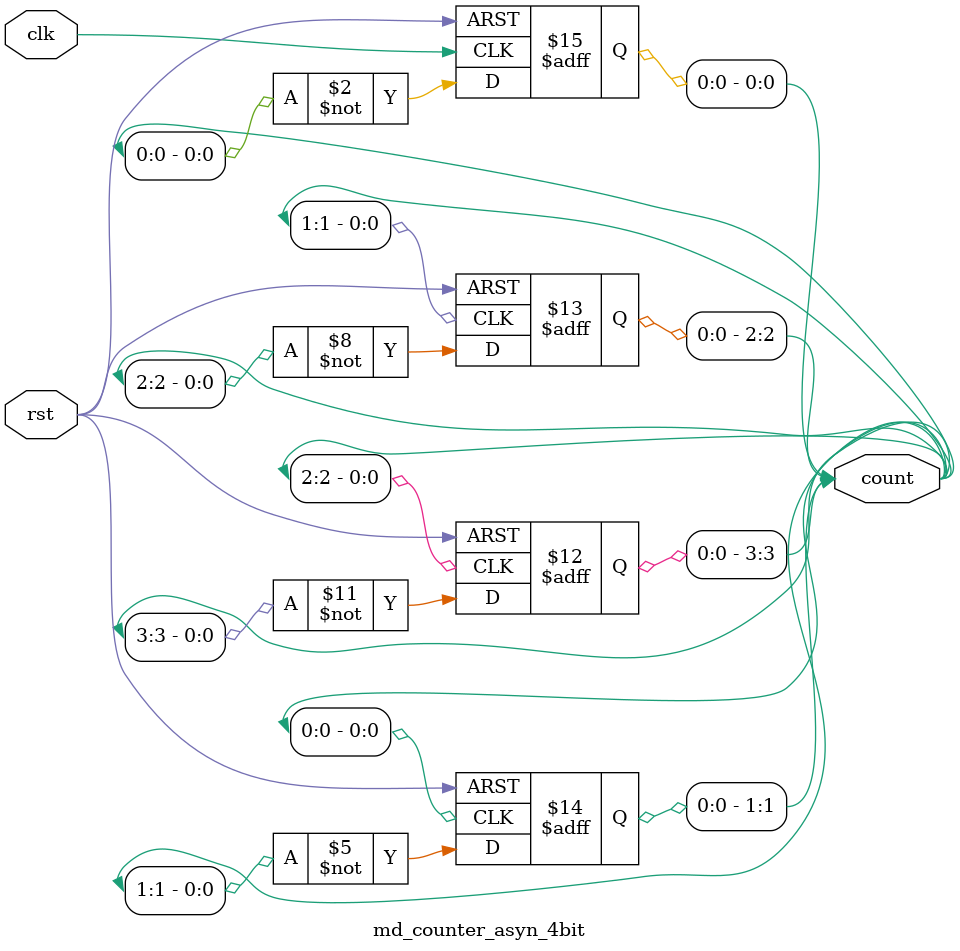
<source format=v>
module md_counter_asyn_4bit(    // 4-bit asynchronous up counter (异步加法计数器)
    input wire clk, 
    input wire rst, 
    output reg [3:0] count 
);
    
    // 异步计数器 "必须" 使用多个 always 块，因为每级时钟不同
    always@(posedge clk or posedge rst)begin 
        if(rst) 
            count[0]<=0; 
        else 
            count[0]<=~count[0]; 
    end 
    always@(posedge ~count[0] or posedge rst)begin 
        if(rst) 
            count[1]<=0; 
        else 
            count[1]<=~count[1]; 
    end 
    always@(posedge ~count[1] or posedge rst)begin 
        if(rst) 
            count[2]<=0; 
        else  
            count[2]<=~count[2]; 
    end 
    always@(posedge ~count[2] or posedge rst)begin 
        if(rst) 
            count[3]<=0; 
        else  
            count[3]<=~count[3]; 
    end 

endmodule


</source>
